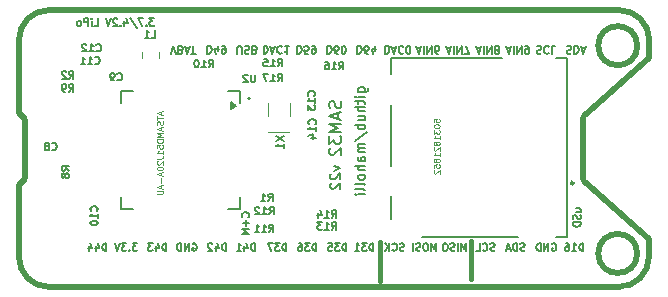
<source format=gbr>
%TF.GenerationSoftware,KiCad,Pcbnew,(6.0.0-rc1-dev-1614-ge850a482d)*%
%TF.CreationDate,2019-02-21T20:22:14-08:00*%
%TF.ProjectId,SAM32,53414d33-322e-46b6-9963-61645f706362,rev?*%
%TF.SameCoordinates,Original*%
%TF.FileFunction,Legend,Bot*%
%TF.FilePolarity,Positive*%
%FSLAX46Y46*%
G04 Gerber Fmt 4.6, Leading zero omitted, Abs format (unit mm)*
G04 Created by KiCad (PCBNEW (6.0.0-rc1-dev-1614-ge850a482d)) date 2019-02-21 20:22:14*
%MOMM*%
%LPD*%
G04 APERTURE LIST*
%ADD10C,0.150000*%
%ADD11C,0.381000*%
%ADD12C,0.127000*%
%ADD13C,0.508000*%
%ADD14C,0.172720*%
%ADD15C,0.177800*%
%ADD16C,0.177000*%
%ADD17C,0.240000*%
%ADD18C,0.200000*%
%ADD19C,0.120000*%
%ADD20C,0.088900*%
G04 APERTURE END LIST*
D10*
X73914000Y-95783400D02*
X74041000Y-95707200D01*
X73914000Y-95580200D02*
X73914000Y-95783400D01*
X74091800Y-95681800D02*
X73914000Y-95580200D01*
X73812400Y-95961200D02*
X74218800Y-95681800D01*
X73812400Y-95402400D02*
X73812400Y-95961200D01*
X74218800Y-95681800D02*
X73812400Y-95402400D01*
D11*
X86464140Y-107246420D02*
X86464140Y-110528100D01*
X94086680Y-107127040D02*
X94086680Y-110408720D01*
D12*
X73411019Y-107983261D02*
X73411019Y-107348261D01*
X73259829Y-107348261D01*
X73169114Y-107378500D01*
X73108638Y-107438976D01*
X73078400Y-107499452D01*
X73048162Y-107620404D01*
X73048162Y-107711119D01*
X73078400Y-107832071D01*
X73108638Y-107892547D01*
X73169114Y-107953023D01*
X73259829Y-107983261D01*
X73411019Y-107983261D01*
X72503876Y-107559928D02*
X72503876Y-107983261D01*
X72655067Y-107318023D02*
X72806257Y-107771595D01*
X72413162Y-107771595D01*
X72201495Y-107408738D02*
X72171257Y-107378500D01*
X72110781Y-107348261D01*
X71959590Y-107348261D01*
X71899114Y-107378500D01*
X71868876Y-107408738D01*
X71838638Y-107469214D01*
X71838638Y-107529690D01*
X71868876Y-107620404D01*
X72231733Y-107983261D01*
X71838638Y-107983261D01*
X75857039Y-107983261D02*
X75857039Y-107348261D01*
X75705849Y-107348261D01*
X75615134Y-107378500D01*
X75554658Y-107438976D01*
X75524420Y-107499452D01*
X75494182Y-107620404D01*
X75494182Y-107711119D01*
X75524420Y-107832071D01*
X75554658Y-107892547D01*
X75615134Y-107953023D01*
X75705849Y-107983261D01*
X75857039Y-107983261D01*
X74949896Y-107559928D02*
X74949896Y-107983261D01*
X75101087Y-107318023D02*
X75252277Y-107771595D01*
X74859182Y-107771595D01*
X74284658Y-107983261D02*
X74647515Y-107983261D01*
X74466087Y-107983261D02*
X74466087Y-107348261D01*
X74526563Y-107438976D01*
X74587039Y-107499452D01*
X74647515Y-107529690D01*
X83586259Y-107983261D02*
X83586259Y-107348261D01*
X83435069Y-107348261D01*
X83344354Y-107378500D01*
X83283878Y-107438976D01*
X83253640Y-107499452D01*
X83223402Y-107620404D01*
X83223402Y-107711119D01*
X83253640Y-107832071D01*
X83283878Y-107892547D01*
X83344354Y-107953023D01*
X83435069Y-107983261D01*
X83586259Y-107983261D01*
X83011735Y-107348261D02*
X82618640Y-107348261D01*
X82830307Y-107590166D01*
X82739592Y-107590166D01*
X82679116Y-107620404D01*
X82648878Y-107650642D01*
X82618640Y-107711119D01*
X82618640Y-107862309D01*
X82648878Y-107922785D01*
X82679116Y-107953023D01*
X82739592Y-107983261D01*
X82921021Y-107983261D01*
X82981497Y-107953023D01*
X83011735Y-107922785D01*
X82044116Y-107348261D02*
X82346497Y-107348261D01*
X82376735Y-107650642D01*
X82346497Y-107620404D01*
X82286021Y-107590166D01*
X82134830Y-107590166D01*
X82074354Y-107620404D01*
X82044116Y-107650642D01*
X82013878Y-107711119D01*
X82013878Y-107862309D01*
X82044116Y-107922785D01*
X82074354Y-107953023D01*
X82134830Y-107983261D01*
X82286021Y-107983261D01*
X82346497Y-107953023D01*
X82376735Y-107922785D01*
X85872259Y-107983261D02*
X85872259Y-107348261D01*
X85721069Y-107348261D01*
X85630354Y-107378500D01*
X85569878Y-107438976D01*
X85539640Y-107499452D01*
X85509402Y-107620404D01*
X85509402Y-107711119D01*
X85539640Y-107832071D01*
X85569878Y-107892547D01*
X85630354Y-107953023D01*
X85721069Y-107983261D01*
X85872259Y-107983261D01*
X85297735Y-107348261D02*
X84904640Y-107348261D01*
X85116307Y-107590166D01*
X85025592Y-107590166D01*
X84965116Y-107620404D01*
X84934878Y-107650642D01*
X84904640Y-107711119D01*
X84904640Y-107862309D01*
X84934878Y-107922785D01*
X84965116Y-107953023D01*
X85025592Y-107983261D01*
X85207021Y-107983261D01*
X85267497Y-107953023D01*
X85297735Y-107922785D01*
X84299878Y-107983261D02*
X84662735Y-107983261D01*
X84481307Y-107983261D02*
X84481307Y-107348261D01*
X84541783Y-107438976D01*
X84602259Y-107499452D01*
X84662735Y-107529690D01*
X96125997Y-107953023D02*
X96035283Y-107983261D01*
X95884092Y-107983261D01*
X95823616Y-107953023D01*
X95793378Y-107922785D01*
X95763140Y-107862309D01*
X95763140Y-107801833D01*
X95793378Y-107741357D01*
X95823616Y-107711119D01*
X95884092Y-107680880D01*
X96005045Y-107650642D01*
X96065521Y-107620404D01*
X96095759Y-107590166D01*
X96125997Y-107529690D01*
X96125997Y-107469214D01*
X96095759Y-107408738D01*
X96065521Y-107378500D01*
X96005045Y-107348261D01*
X95853854Y-107348261D01*
X95763140Y-107378500D01*
X95128140Y-107922785D02*
X95158378Y-107953023D01*
X95249092Y-107983261D01*
X95309569Y-107983261D01*
X95400283Y-107953023D01*
X95460759Y-107892547D01*
X95490997Y-107832071D01*
X95521235Y-107711119D01*
X95521235Y-107620404D01*
X95490997Y-107499452D01*
X95460759Y-107438976D01*
X95400283Y-107378500D01*
X95309569Y-107348261D01*
X95249092Y-107348261D01*
X95158378Y-107378500D01*
X95128140Y-107408738D01*
X94553616Y-107983261D02*
X94855997Y-107983261D01*
X94855997Y-107348261D01*
X103652259Y-107983261D02*
X103652259Y-107348261D01*
X103501069Y-107348261D01*
X103410354Y-107378500D01*
X103349878Y-107438976D01*
X103319640Y-107499452D01*
X103289402Y-107620404D01*
X103289402Y-107711119D01*
X103319640Y-107832071D01*
X103349878Y-107892547D01*
X103410354Y-107953023D01*
X103501069Y-107983261D01*
X103652259Y-107983261D01*
X102684640Y-107983261D02*
X103047497Y-107983261D01*
X102866069Y-107983261D02*
X102866069Y-107348261D01*
X102926545Y-107438976D01*
X102987021Y-107499452D01*
X103047497Y-107529690D01*
X102140354Y-107348261D02*
X102261307Y-107348261D01*
X102321783Y-107378500D01*
X102352021Y-107408738D01*
X102412497Y-107499452D01*
X102442735Y-107620404D01*
X102442735Y-107862309D01*
X102412497Y-107922785D01*
X102382259Y-107953023D01*
X102321783Y-107983261D01*
X102200830Y-107983261D01*
X102140354Y-107953023D01*
X102110116Y-107922785D01*
X102079878Y-107862309D01*
X102079878Y-107711119D01*
X102110116Y-107650642D01*
X102140354Y-107620404D01*
X102200830Y-107590166D01*
X102321783Y-107590166D01*
X102382259Y-107620404D01*
X102412497Y-107650642D01*
X102442735Y-107711119D01*
X98665997Y-107953023D02*
X98575283Y-107983261D01*
X98424092Y-107983261D01*
X98363616Y-107953023D01*
X98333378Y-107922785D01*
X98303140Y-107862309D01*
X98303140Y-107801833D01*
X98333378Y-107741357D01*
X98363616Y-107711119D01*
X98424092Y-107680880D01*
X98545045Y-107650642D01*
X98605521Y-107620404D01*
X98635759Y-107590166D01*
X98665997Y-107529690D01*
X98665997Y-107469214D01*
X98635759Y-107408738D01*
X98605521Y-107378500D01*
X98545045Y-107348261D01*
X98393854Y-107348261D01*
X98303140Y-107378500D01*
X98030997Y-107983261D02*
X98030997Y-107348261D01*
X97879807Y-107348261D01*
X97789092Y-107378500D01*
X97728616Y-107438976D01*
X97698378Y-107499452D01*
X97668140Y-107620404D01*
X97668140Y-107711119D01*
X97698378Y-107832071D01*
X97728616Y-107892547D01*
X97789092Y-107953023D01*
X97879807Y-107983261D01*
X98030997Y-107983261D01*
X97426235Y-107801833D02*
X97123854Y-107801833D01*
X97486711Y-107983261D02*
X97275045Y-107348261D01*
X97063378Y-107983261D01*
D13*
X109192060Y-106945080D02*
X109192060Y-108498640D01*
X106652060Y-111038640D02*
G75*
G03X109192060Y-108498640I0J2540000D01*
G01*
X103755076Y-102181768D02*
X109192060Y-106945080D01*
X55852060Y-96296067D02*
X56300000Y-96740000D01*
X103758052Y-96469398D02*
X109220013Y-91690000D01*
X103758039Y-96469407D02*
G75*
G03X103628512Y-96721166I160472J-241760D01*
G01*
X103755063Y-102181759D02*
G75*
G02X103625536Y-101930000I160472J241760D01*
G01*
X103625536Y-101930000D02*
X103628512Y-96721166D01*
X55852060Y-102438136D02*
X56300000Y-101994203D01*
X56300000Y-101994203D02*
G75*
G03X56361488Y-101805369I-228511J178835D01*
G01*
X56300000Y-96740000D02*
G75*
G02X56361488Y-96928834I-228511J-178835D01*
G01*
D12*
X102983928Y-104665883D02*
X103407261Y-104665883D01*
X102983928Y-104393740D02*
X103316547Y-104393740D01*
X103377023Y-104423978D01*
X103407261Y-104484454D01*
X103407261Y-104575169D01*
X103377023Y-104635645D01*
X103346785Y-104665883D01*
X103377023Y-104938026D02*
X103407261Y-105028740D01*
X103407261Y-105179930D01*
X103377023Y-105240407D01*
X103346785Y-105270645D01*
X103286309Y-105300883D01*
X103225833Y-105300883D01*
X103165357Y-105270645D01*
X103135119Y-105240407D01*
X103104880Y-105179930D01*
X103074642Y-105058978D01*
X103044404Y-104998502D01*
X103014166Y-104968264D01*
X102953690Y-104938026D01*
X102893214Y-104938026D01*
X102832738Y-104968264D01*
X102802500Y-104998502D01*
X102772261Y-105058978D01*
X102772261Y-105210169D01*
X102802500Y-105300883D01*
X103407261Y-105573026D02*
X102772261Y-105573026D01*
X102772261Y-105724216D01*
X102802500Y-105814930D01*
X102862976Y-105875407D01*
X102923452Y-105905645D01*
X103044404Y-105935883D01*
X103135119Y-105935883D01*
X103256071Y-105905645D01*
X103316547Y-105875407D01*
X103377023Y-105814930D01*
X103407261Y-105724216D01*
X103407261Y-105573026D01*
D14*
X82502828Y-100812382D02*
X83044695Y-101005906D01*
X82502828Y-101199429D01*
X82309304Y-101470363D02*
X82270600Y-101509068D01*
X82231895Y-101586477D01*
X82231895Y-101780001D01*
X82270600Y-101857410D01*
X82309304Y-101896115D01*
X82386714Y-101934820D01*
X82464123Y-101934820D01*
X82580238Y-101896115D01*
X83044695Y-101431658D01*
X83044695Y-101934820D01*
X82309304Y-102244458D02*
X82270600Y-102283163D01*
X82231895Y-102360572D01*
X82231895Y-102554096D01*
X82270600Y-102631506D01*
X82309304Y-102670210D01*
X82386714Y-102708915D01*
X82464123Y-102708915D01*
X82580238Y-102670210D01*
X83044695Y-102205753D01*
X83044695Y-102708915D01*
D12*
X84498240Y-90644738D02*
X84498240Y-91279738D01*
X84649430Y-91279738D01*
X84740145Y-91249500D01*
X84800621Y-91189023D01*
X84830859Y-91128547D01*
X84861097Y-91007595D01*
X84861097Y-90916880D01*
X84830859Y-90795928D01*
X84800621Y-90735452D01*
X84740145Y-90674976D01*
X84649430Y-90644738D01*
X84498240Y-90644738D01*
X85405383Y-91279738D02*
X85284430Y-91279738D01*
X85223954Y-91249500D01*
X85193716Y-91219261D01*
X85133240Y-91128547D01*
X85103002Y-91007595D01*
X85103002Y-90765690D01*
X85133240Y-90705214D01*
X85163478Y-90674976D01*
X85223954Y-90644738D01*
X85344907Y-90644738D01*
X85405383Y-90674976D01*
X85435621Y-90705214D01*
X85465859Y-90765690D01*
X85465859Y-90916880D01*
X85435621Y-90977357D01*
X85405383Y-91007595D01*
X85344907Y-91037833D01*
X85223954Y-91037833D01*
X85163478Y-91007595D01*
X85133240Y-90977357D01*
X85103002Y-90916880D01*
X86010145Y-91068071D02*
X86010145Y-90644738D01*
X85858954Y-91309976D02*
X85707764Y-90856404D01*
X86100859Y-90856404D01*
X92088002Y-90826166D02*
X92390383Y-90826166D01*
X92027526Y-90644738D02*
X92239192Y-91279738D01*
X92450859Y-90644738D01*
X92662526Y-90644738D02*
X92662526Y-91279738D01*
X92964907Y-90644738D02*
X92964907Y-91279738D01*
X93327764Y-90644738D01*
X93327764Y-91279738D01*
X93569669Y-91279738D02*
X93993002Y-91279738D01*
X93720859Y-90644738D01*
X102248002Y-90674976D02*
X102338716Y-90644738D01*
X102489907Y-90644738D01*
X102550383Y-90674976D01*
X102580621Y-90705214D01*
X102610859Y-90765690D01*
X102610859Y-90826166D01*
X102580621Y-90886642D01*
X102550383Y-90916880D01*
X102489907Y-90947119D01*
X102368954Y-90977357D01*
X102308478Y-91007595D01*
X102278240Y-91037833D01*
X102248002Y-91098309D01*
X102248002Y-91158785D01*
X102278240Y-91219261D01*
X102308478Y-91249500D01*
X102368954Y-91279738D01*
X102520145Y-91279738D01*
X102610859Y-91249500D01*
X102883002Y-90644738D02*
X102883002Y-91279738D01*
X103034192Y-91279738D01*
X103124907Y-91249500D01*
X103185383Y-91189023D01*
X103215621Y-91128547D01*
X103245859Y-91007595D01*
X103245859Y-90916880D01*
X103215621Y-90795928D01*
X103185383Y-90735452D01*
X103124907Y-90674976D01*
X103034192Y-90644738D01*
X102883002Y-90644738D01*
X103487764Y-90826166D02*
X103790145Y-90826166D01*
X103427288Y-90644738D02*
X103638954Y-91279738D01*
X103850621Y-90644738D01*
X81958240Y-90644738D02*
X81958240Y-91279738D01*
X82109430Y-91279738D01*
X82200145Y-91249500D01*
X82260621Y-91189023D01*
X82290859Y-91128547D01*
X82321097Y-91007595D01*
X82321097Y-90916880D01*
X82290859Y-90795928D01*
X82260621Y-90735452D01*
X82200145Y-90674976D01*
X82109430Y-90644738D01*
X81958240Y-90644738D01*
X82865383Y-91279738D02*
X82744430Y-91279738D01*
X82683954Y-91249500D01*
X82653716Y-91219261D01*
X82593240Y-91128547D01*
X82563002Y-91007595D01*
X82563002Y-90765690D01*
X82593240Y-90705214D01*
X82623478Y-90674976D01*
X82683954Y-90644738D01*
X82804907Y-90644738D01*
X82865383Y-90674976D01*
X82895621Y-90705214D01*
X82925859Y-90765690D01*
X82925859Y-90916880D01*
X82895621Y-90977357D01*
X82865383Y-91007595D01*
X82804907Y-91037833D01*
X82683954Y-91037833D01*
X82623478Y-91007595D01*
X82593240Y-90977357D01*
X82563002Y-90916880D01*
X83318954Y-91279738D02*
X83379430Y-91279738D01*
X83439907Y-91249500D01*
X83470145Y-91219261D01*
X83500383Y-91158785D01*
X83530621Y-91037833D01*
X83530621Y-90886642D01*
X83500383Y-90765690D01*
X83470145Y-90705214D01*
X83439907Y-90674976D01*
X83379430Y-90644738D01*
X83318954Y-90644738D01*
X83258478Y-90674976D01*
X83228240Y-90705214D01*
X83198002Y-90765690D01*
X83167764Y-90886642D01*
X83167764Y-91037833D01*
X83198002Y-91158785D01*
X83228240Y-91219261D01*
X83258478Y-91249500D01*
X83318954Y-91279738D01*
X94628002Y-90826166D02*
X94930383Y-90826166D01*
X94567526Y-90644738D02*
X94779192Y-91279738D01*
X94990859Y-90644738D01*
X95202526Y-90644738D02*
X95202526Y-91279738D01*
X95504907Y-90644738D02*
X95504907Y-91279738D01*
X95867764Y-90644738D01*
X95867764Y-91279738D01*
X96260859Y-91007595D02*
X96200383Y-91037833D01*
X96170145Y-91068071D01*
X96139907Y-91128547D01*
X96139907Y-91158785D01*
X96170145Y-91219261D01*
X96200383Y-91249500D01*
X96260859Y-91279738D01*
X96381811Y-91279738D01*
X96442288Y-91249500D01*
X96472526Y-91219261D01*
X96502764Y-91158785D01*
X96502764Y-91128547D01*
X96472526Y-91068071D01*
X96442288Y-91037833D01*
X96381811Y-91007595D01*
X96260859Y-91007595D01*
X96200383Y-90977357D01*
X96170145Y-90947119D01*
X96139907Y-90886642D01*
X96139907Y-90765690D01*
X96170145Y-90705214D01*
X96200383Y-90674976D01*
X96260859Y-90644738D01*
X96381811Y-90644738D01*
X96442288Y-90674976D01*
X96472526Y-90705214D01*
X96502764Y-90765690D01*
X96502764Y-90886642D01*
X96472526Y-90947119D01*
X96442288Y-90977357D01*
X96381811Y-91007595D01*
X86847740Y-90644738D02*
X86847740Y-91279738D01*
X86998930Y-91279738D01*
X87089645Y-91249500D01*
X87150121Y-91189023D01*
X87180359Y-91128547D01*
X87210597Y-91007595D01*
X87210597Y-90916880D01*
X87180359Y-90795928D01*
X87150121Y-90735452D01*
X87089645Y-90674976D01*
X86998930Y-90644738D01*
X86847740Y-90644738D01*
X87452502Y-90826166D02*
X87754883Y-90826166D01*
X87392026Y-90644738D02*
X87603692Y-91279738D01*
X87815359Y-90644738D01*
X88389883Y-90705214D02*
X88359645Y-90674976D01*
X88268930Y-90644738D01*
X88208454Y-90644738D01*
X88117740Y-90674976D01*
X88057264Y-90735452D01*
X88027026Y-90795928D01*
X87996788Y-90916880D01*
X87996788Y-91007595D01*
X88027026Y-91128547D01*
X88057264Y-91189023D01*
X88117740Y-91249500D01*
X88208454Y-91279738D01*
X88268930Y-91279738D01*
X88359645Y-91249500D01*
X88389883Y-91219261D01*
X88782978Y-91279738D02*
X88843454Y-91279738D01*
X88903930Y-91249500D01*
X88934169Y-91219261D01*
X88964407Y-91158785D01*
X88994645Y-91037833D01*
X88994645Y-90886642D01*
X88964407Y-90765690D01*
X88934169Y-90705214D01*
X88903930Y-90674976D01*
X88843454Y-90644738D01*
X88782978Y-90644738D01*
X88722502Y-90674976D01*
X88692264Y-90705214D01*
X88662026Y-90765690D01*
X88631788Y-90886642D01*
X88631788Y-91037833D01*
X88662026Y-91158785D01*
X88692264Y-91219261D01*
X88722502Y-91249500D01*
X88782978Y-91279738D01*
X99708002Y-90674976D02*
X99798716Y-90644738D01*
X99949907Y-90644738D01*
X100010383Y-90674976D01*
X100040621Y-90705214D01*
X100070859Y-90765690D01*
X100070859Y-90826166D01*
X100040621Y-90886642D01*
X100010383Y-90916880D01*
X99949907Y-90947119D01*
X99828954Y-90977357D01*
X99768478Y-91007595D01*
X99738240Y-91037833D01*
X99708002Y-91098309D01*
X99708002Y-91158785D01*
X99738240Y-91219261D01*
X99768478Y-91249500D01*
X99828954Y-91279738D01*
X99980145Y-91279738D01*
X100070859Y-91249500D01*
X100705859Y-90705214D02*
X100675621Y-90674976D01*
X100584907Y-90644738D01*
X100524430Y-90644738D01*
X100433716Y-90674976D01*
X100373240Y-90735452D01*
X100343002Y-90795928D01*
X100312764Y-90916880D01*
X100312764Y-91007595D01*
X100343002Y-91128547D01*
X100373240Y-91189023D01*
X100433716Y-91249500D01*
X100524430Y-91279738D01*
X100584907Y-91279738D01*
X100675621Y-91249500D01*
X100705859Y-91219261D01*
X101280383Y-90644738D02*
X100978002Y-90644738D01*
X100978002Y-91279738D01*
X79418240Y-90644738D02*
X79418240Y-91279738D01*
X79569430Y-91279738D01*
X79660145Y-91249500D01*
X79720621Y-91189023D01*
X79750859Y-91128547D01*
X79781097Y-91007595D01*
X79781097Y-90916880D01*
X79750859Y-90795928D01*
X79720621Y-90735452D01*
X79660145Y-90674976D01*
X79569430Y-90644738D01*
X79418240Y-90644738D01*
X80355621Y-91279738D02*
X80053240Y-91279738D01*
X80023002Y-90977357D01*
X80053240Y-91007595D01*
X80113716Y-91037833D01*
X80264907Y-91037833D01*
X80325383Y-91007595D01*
X80355621Y-90977357D01*
X80385859Y-90916880D01*
X80385859Y-90765690D01*
X80355621Y-90705214D01*
X80325383Y-90674976D01*
X80264907Y-90644738D01*
X80113716Y-90644738D01*
X80053240Y-90674976D01*
X80023002Y-90705214D01*
X80688240Y-90644738D02*
X80809192Y-90644738D01*
X80869669Y-90674976D01*
X80899907Y-90705214D01*
X80960383Y-90795928D01*
X80990621Y-90916880D01*
X80990621Y-91158785D01*
X80960383Y-91219261D01*
X80930145Y-91249500D01*
X80869669Y-91279738D01*
X80748716Y-91279738D01*
X80688240Y-91249500D01*
X80658002Y-91219261D01*
X80627764Y-91158785D01*
X80627764Y-91007595D01*
X80658002Y-90947119D01*
X80688240Y-90916880D01*
X80748716Y-90886642D01*
X80869669Y-90886642D01*
X80930145Y-90916880D01*
X80960383Y-90947119D01*
X80990621Y-91007595D01*
X76560740Y-90644738D02*
X76560740Y-91279738D01*
X76711930Y-91279738D01*
X76802645Y-91249500D01*
X76863121Y-91189023D01*
X76893359Y-91128547D01*
X76923597Y-91007595D01*
X76923597Y-90916880D01*
X76893359Y-90795928D01*
X76863121Y-90735452D01*
X76802645Y-90674976D01*
X76711930Y-90644738D01*
X76560740Y-90644738D01*
X77165502Y-90826166D02*
X77467883Y-90826166D01*
X77105026Y-90644738D02*
X77316692Y-91279738D01*
X77528359Y-90644738D01*
X78102883Y-90705214D02*
X78072645Y-90674976D01*
X77981930Y-90644738D01*
X77921454Y-90644738D01*
X77830740Y-90674976D01*
X77770264Y-90735452D01*
X77740026Y-90795928D01*
X77709788Y-90916880D01*
X77709788Y-91007595D01*
X77740026Y-91128547D01*
X77770264Y-91189023D01*
X77830740Y-91249500D01*
X77921454Y-91279738D01*
X77981930Y-91279738D01*
X78072645Y-91249500D01*
X78102883Y-91219261D01*
X78707645Y-90644738D02*
X78344788Y-90644738D01*
X78526216Y-90644738D02*
X78526216Y-91279738D01*
X78465740Y-91189023D01*
X78405264Y-91128547D01*
X78344788Y-91098309D01*
X68723026Y-91279738D02*
X68934692Y-90644738D01*
X69146359Y-91279738D01*
X69569692Y-90977357D02*
X69660407Y-90947119D01*
X69690645Y-90916880D01*
X69720883Y-90856404D01*
X69720883Y-90765690D01*
X69690645Y-90705214D01*
X69660407Y-90674976D01*
X69599930Y-90644738D01*
X69358026Y-90644738D01*
X69358026Y-91279738D01*
X69569692Y-91279738D01*
X69630169Y-91249500D01*
X69660407Y-91219261D01*
X69690645Y-91158785D01*
X69690645Y-91098309D01*
X69660407Y-91037833D01*
X69630169Y-91007595D01*
X69569692Y-90977357D01*
X69358026Y-90977357D01*
X69962788Y-90826166D02*
X70265169Y-90826166D01*
X69902311Y-90644738D02*
X70113978Y-91279738D01*
X70325645Y-90644738D01*
X70446597Y-91279738D02*
X70809454Y-91279738D01*
X70628026Y-90644738D02*
X70628026Y-91279738D01*
X71798240Y-90644738D02*
X71798240Y-91279738D01*
X71949430Y-91279738D01*
X72040145Y-91249500D01*
X72100621Y-91189023D01*
X72130859Y-91128547D01*
X72161097Y-91007595D01*
X72161097Y-90916880D01*
X72130859Y-90795928D01*
X72100621Y-90735452D01*
X72040145Y-90674976D01*
X71949430Y-90644738D01*
X71798240Y-90644738D01*
X72705383Y-91068071D02*
X72705383Y-90644738D01*
X72554192Y-91309976D02*
X72403002Y-90856404D01*
X72796097Y-90856404D01*
X73068240Y-90644738D02*
X73189192Y-90644738D01*
X73249669Y-90674976D01*
X73279907Y-90705214D01*
X73340383Y-90795928D01*
X73370621Y-90916880D01*
X73370621Y-91158785D01*
X73340383Y-91219261D01*
X73310145Y-91249500D01*
X73249669Y-91279738D01*
X73128716Y-91279738D01*
X73068240Y-91249500D01*
X73038002Y-91219261D01*
X73007764Y-91158785D01*
X73007764Y-91007595D01*
X73038002Y-90947119D01*
X73068240Y-90916880D01*
X73128716Y-90886642D01*
X73249669Y-90886642D01*
X73310145Y-90916880D01*
X73340383Y-90947119D01*
X73370621Y-91007595D01*
X74338240Y-91279738D02*
X74338240Y-90765690D01*
X74368478Y-90705214D01*
X74398716Y-90674976D01*
X74459192Y-90644738D01*
X74580145Y-90644738D01*
X74640621Y-90674976D01*
X74670859Y-90705214D01*
X74701097Y-90765690D01*
X74701097Y-91279738D01*
X74973240Y-90674976D02*
X75063954Y-90644738D01*
X75215145Y-90644738D01*
X75275621Y-90674976D01*
X75305859Y-90705214D01*
X75336097Y-90765690D01*
X75336097Y-90826166D01*
X75305859Y-90886642D01*
X75275621Y-90916880D01*
X75215145Y-90947119D01*
X75094192Y-90977357D01*
X75033716Y-91007595D01*
X75003478Y-91037833D01*
X74973240Y-91098309D01*
X74973240Y-91158785D01*
X75003478Y-91219261D01*
X75033716Y-91249500D01*
X75094192Y-91279738D01*
X75245383Y-91279738D01*
X75336097Y-91249500D01*
X75819907Y-90977357D02*
X75910621Y-90947119D01*
X75940859Y-90916880D01*
X75971097Y-90856404D01*
X75971097Y-90765690D01*
X75940859Y-90705214D01*
X75910621Y-90674976D01*
X75850145Y-90644738D01*
X75608240Y-90644738D01*
X75608240Y-91279738D01*
X75819907Y-91279738D01*
X75880383Y-91249500D01*
X75910621Y-91219261D01*
X75940859Y-91158785D01*
X75940859Y-91098309D01*
X75910621Y-91037833D01*
X75880383Y-91007595D01*
X75819907Y-90977357D01*
X75608240Y-90977357D01*
X89548002Y-90826166D02*
X89850383Y-90826166D01*
X89487526Y-90644738D02*
X89699192Y-91279738D01*
X89910859Y-90644738D01*
X90122526Y-90644738D02*
X90122526Y-91279738D01*
X90424907Y-90644738D02*
X90424907Y-91279738D01*
X90787764Y-90644738D01*
X90787764Y-91279738D01*
X91362288Y-91279738D02*
X91241335Y-91279738D01*
X91180859Y-91249500D01*
X91150621Y-91219261D01*
X91090145Y-91128547D01*
X91059907Y-91007595D01*
X91059907Y-90765690D01*
X91090145Y-90705214D01*
X91120383Y-90674976D01*
X91180859Y-90644738D01*
X91301811Y-90644738D01*
X91362288Y-90674976D01*
X91392526Y-90705214D01*
X91422764Y-90765690D01*
X91422764Y-90916880D01*
X91392526Y-90977357D01*
X91362288Y-91007595D01*
X91301811Y-91037833D01*
X91180859Y-91037833D01*
X91120383Y-91007595D01*
X91090145Y-90977357D01*
X91059907Y-90916880D01*
X97168002Y-90826166D02*
X97470383Y-90826166D01*
X97107526Y-90644738D02*
X97319192Y-91279738D01*
X97530859Y-90644738D01*
X97742526Y-90644738D02*
X97742526Y-91279738D01*
X98044907Y-90644738D02*
X98044907Y-91279738D01*
X98407764Y-90644738D01*
X98407764Y-91279738D01*
X98740383Y-90644738D02*
X98861335Y-90644738D01*
X98921811Y-90674976D01*
X98952050Y-90705214D01*
X99012526Y-90795928D01*
X99042764Y-90916880D01*
X99042764Y-91158785D01*
X99012526Y-91219261D01*
X98982288Y-91249500D01*
X98921811Y-91279738D01*
X98800859Y-91279738D01*
X98740383Y-91249500D01*
X98710145Y-91219261D01*
X98679907Y-91158785D01*
X98679907Y-91007595D01*
X98710145Y-90947119D01*
X98740383Y-90916880D01*
X98800859Y-90886642D01*
X98921811Y-90886642D01*
X98982288Y-90916880D01*
X99012526Y-90947119D01*
X99042764Y-91007595D01*
X100983640Y-107378500D02*
X101044116Y-107348261D01*
X101134830Y-107348261D01*
X101225545Y-107378500D01*
X101286021Y-107438976D01*
X101316259Y-107499452D01*
X101346497Y-107620404D01*
X101346497Y-107711119D01*
X101316259Y-107832071D01*
X101286021Y-107892547D01*
X101225545Y-107953023D01*
X101134830Y-107983261D01*
X101074354Y-107983261D01*
X100983640Y-107953023D01*
X100953402Y-107922785D01*
X100953402Y-107711119D01*
X101074354Y-107711119D01*
X100681259Y-107983261D02*
X100681259Y-107348261D01*
X100318402Y-107983261D01*
X100318402Y-107348261D01*
X100016021Y-107983261D02*
X100016021Y-107348261D01*
X99864830Y-107348261D01*
X99774116Y-107378500D01*
X99713640Y-107438976D01*
X99683402Y-107499452D01*
X99653164Y-107620404D01*
X99653164Y-107711119D01*
X99683402Y-107832071D01*
X99713640Y-107892547D01*
X99774116Y-107953023D01*
X99864830Y-107983261D01*
X100016021Y-107983261D01*
X93746259Y-107983261D02*
X93746259Y-107348261D01*
X93534592Y-107801833D01*
X93322926Y-107348261D01*
X93322926Y-107983261D01*
X93020545Y-107983261D02*
X93020545Y-107348261D01*
X92748402Y-107953023D02*
X92657688Y-107983261D01*
X92506497Y-107983261D01*
X92446021Y-107953023D01*
X92415783Y-107922785D01*
X92385545Y-107862309D01*
X92385545Y-107801833D01*
X92415783Y-107741357D01*
X92446021Y-107711119D01*
X92506497Y-107680880D01*
X92627450Y-107650642D01*
X92687926Y-107620404D01*
X92718164Y-107590166D01*
X92748402Y-107529690D01*
X92748402Y-107469214D01*
X92718164Y-107408738D01*
X92687926Y-107378500D01*
X92627450Y-107348261D01*
X92476259Y-107348261D01*
X92385545Y-107378500D01*
X91992450Y-107348261D02*
X91871497Y-107348261D01*
X91811021Y-107378500D01*
X91750545Y-107438976D01*
X91720307Y-107559928D01*
X91720307Y-107771595D01*
X91750545Y-107892547D01*
X91811021Y-107953023D01*
X91871497Y-107983261D01*
X91992450Y-107983261D01*
X92052926Y-107953023D01*
X92113402Y-107892547D01*
X92143640Y-107771595D01*
X92143640Y-107559928D01*
X92113402Y-107438976D01*
X92052926Y-107378500D01*
X91992450Y-107348261D01*
X91206259Y-107983261D02*
X91206259Y-107348261D01*
X90994592Y-107801833D01*
X90782926Y-107348261D01*
X90782926Y-107983261D01*
X90359592Y-107348261D02*
X90238640Y-107348261D01*
X90178164Y-107378500D01*
X90117688Y-107438976D01*
X90087450Y-107559928D01*
X90087450Y-107771595D01*
X90117688Y-107892547D01*
X90178164Y-107953023D01*
X90238640Y-107983261D01*
X90359592Y-107983261D01*
X90420069Y-107953023D01*
X90480545Y-107892547D01*
X90510783Y-107771595D01*
X90510783Y-107559928D01*
X90480545Y-107438976D01*
X90420069Y-107378500D01*
X90359592Y-107348261D01*
X89845545Y-107953023D02*
X89754830Y-107983261D01*
X89603640Y-107983261D01*
X89543164Y-107953023D01*
X89512926Y-107922785D01*
X89482688Y-107862309D01*
X89482688Y-107801833D01*
X89512926Y-107741357D01*
X89543164Y-107711119D01*
X89603640Y-107680880D01*
X89724592Y-107650642D01*
X89785069Y-107620404D01*
X89815307Y-107590166D01*
X89845545Y-107529690D01*
X89845545Y-107469214D01*
X89815307Y-107408738D01*
X89785069Y-107378500D01*
X89724592Y-107348261D01*
X89573402Y-107348261D01*
X89482688Y-107378500D01*
X89210545Y-107983261D02*
X89210545Y-107348261D01*
X88460277Y-107953023D02*
X88369563Y-107983261D01*
X88218372Y-107983261D01*
X88157896Y-107953023D01*
X88127658Y-107922785D01*
X88097420Y-107862309D01*
X88097420Y-107801833D01*
X88127658Y-107741357D01*
X88157896Y-107711119D01*
X88218372Y-107680880D01*
X88339325Y-107650642D01*
X88399801Y-107620404D01*
X88430039Y-107590166D01*
X88460277Y-107529690D01*
X88460277Y-107469214D01*
X88430039Y-107408738D01*
X88399801Y-107378500D01*
X88339325Y-107348261D01*
X88188134Y-107348261D01*
X88097420Y-107378500D01*
X87462420Y-107922785D02*
X87492658Y-107953023D01*
X87583372Y-107983261D01*
X87643849Y-107983261D01*
X87734563Y-107953023D01*
X87795039Y-107892547D01*
X87825277Y-107832071D01*
X87855515Y-107711119D01*
X87855515Y-107620404D01*
X87825277Y-107499452D01*
X87795039Y-107438976D01*
X87734563Y-107378500D01*
X87643849Y-107348261D01*
X87583372Y-107348261D01*
X87492658Y-107378500D01*
X87462420Y-107408738D01*
X87190277Y-107983261D02*
X87190277Y-107348261D01*
X86827420Y-107983261D02*
X87099563Y-107620404D01*
X86827420Y-107348261D02*
X87190277Y-107711119D01*
X81046259Y-107983261D02*
X81046259Y-107348261D01*
X80895069Y-107348261D01*
X80804354Y-107378500D01*
X80743878Y-107438976D01*
X80713640Y-107499452D01*
X80683402Y-107620404D01*
X80683402Y-107711119D01*
X80713640Y-107832071D01*
X80743878Y-107892547D01*
X80804354Y-107953023D01*
X80895069Y-107983261D01*
X81046259Y-107983261D01*
X80471735Y-107348261D02*
X80078640Y-107348261D01*
X80290307Y-107590166D01*
X80199592Y-107590166D01*
X80139116Y-107620404D01*
X80108878Y-107650642D01*
X80078640Y-107711119D01*
X80078640Y-107862309D01*
X80108878Y-107922785D01*
X80139116Y-107953023D01*
X80199592Y-107983261D01*
X80381021Y-107983261D01*
X80441497Y-107953023D01*
X80471735Y-107922785D01*
X79534354Y-107348261D02*
X79655307Y-107348261D01*
X79715783Y-107378500D01*
X79746021Y-107408738D01*
X79806497Y-107499452D01*
X79836735Y-107620404D01*
X79836735Y-107862309D01*
X79806497Y-107922785D01*
X79776259Y-107953023D01*
X79715783Y-107983261D01*
X79594830Y-107983261D01*
X79534354Y-107953023D01*
X79504116Y-107922785D01*
X79473878Y-107862309D01*
X79473878Y-107711119D01*
X79504116Y-107650642D01*
X79534354Y-107620404D01*
X79594830Y-107590166D01*
X79715783Y-107590166D01*
X79776259Y-107620404D01*
X79806497Y-107650642D01*
X79836735Y-107711119D01*
X78506259Y-107983261D02*
X78506259Y-107348261D01*
X78355069Y-107348261D01*
X78264354Y-107378500D01*
X78203878Y-107438976D01*
X78173640Y-107499452D01*
X78143402Y-107620404D01*
X78143402Y-107711119D01*
X78173640Y-107832071D01*
X78203878Y-107892547D01*
X78264354Y-107953023D01*
X78355069Y-107983261D01*
X78506259Y-107983261D01*
X77931735Y-107348261D02*
X77538640Y-107348261D01*
X77750307Y-107590166D01*
X77659592Y-107590166D01*
X77599116Y-107620404D01*
X77568878Y-107650642D01*
X77538640Y-107711119D01*
X77538640Y-107862309D01*
X77568878Y-107922785D01*
X77599116Y-107953023D01*
X77659592Y-107983261D01*
X77841021Y-107983261D01*
X77901497Y-107953023D01*
X77931735Y-107922785D01*
X77326973Y-107348261D02*
X76903640Y-107348261D01*
X77175783Y-107983261D01*
X70553640Y-107378500D02*
X70614116Y-107348261D01*
X70704830Y-107348261D01*
X70795545Y-107378500D01*
X70856021Y-107438976D01*
X70886259Y-107499452D01*
X70916497Y-107620404D01*
X70916497Y-107711119D01*
X70886259Y-107832071D01*
X70856021Y-107892547D01*
X70795545Y-107953023D01*
X70704830Y-107983261D01*
X70644354Y-107983261D01*
X70553640Y-107953023D01*
X70523402Y-107922785D01*
X70523402Y-107711119D01*
X70644354Y-107711119D01*
X70251259Y-107983261D02*
X70251259Y-107348261D01*
X69888402Y-107983261D01*
X69888402Y-107348261D01*
X69586021Y-107983261D02*
X69586021Y-107348261D01*
X69434830Y-107348261D01*
X69344116Y-107378500D01*
X69283640Y-107438976D01*
X69253402Y-107499452D01*
X69223164Y-107620404D01*
X69223164Y-107711119D01*
X69253402Y-107832071D01*
X69283640Y-107892547D01*
X69344116Y-107953023D01*
X69434830Y-107983261D01*
X69586021Y-107983261D01*
X68346259Y-107983261D02*
X68346259Y-107348261D01*
X68195069Y-107348261D01*
X68104354Y-107378500D01*
X68043878Y-107438976D01*
X68013640Y-107499452D01*
X67983402Y-107620404D01*
X67983402Y-107711119D01*
X68013640Y-107832071D01*
X68043878Y-107892547D01*
X68104354Y-107953023D01*
X68195069Y-107983261D01*
X68346259Y-107983261D01*
X67439116Y-107559928D02*
X67439116Y-107983261D01*
X67590307Y-107318023D02*
X67741497Y-107771595D01*
X67348402Y-107771595D01*
X67166973Y-107348261D02*
X66773878Y-107348261D01*
X66985545Y-107590166D01*
X66894830Y-107590166D01*
X66834354Y-107620404D01*
X66804116Y-107650642D01*
X66773878Y-107711119D01*
X66773878Y-107862309D01*
X66804116Y-107922785D01*
X66834354Y-107953023D01*
X66894830Y-107983261D01*
X67076259Y-107983261D01*
X67136735Y-107953023D01*
X67166973Y-107922785D01*
X65866735Y-107348261D02*
X65473640Y-107348261D01*
X65685307Y-107590166D01*
X65594592Y-107590166D01*
X65534116Y-107620404D01*
X65503878Y-107650642D01*
X65473640Y-107711119D01*
X65473640Y-107862309D01*
X65503878Y-107922785D01*
X65534116Y-107953023D01*
X65594592Y-107983261D01*
X65776021Y-107983261D01*
X65836497Y-107953023D01*
X65866735Y-107922785D01*
X65201497Y-107922785D02*
X65171259Y-107953023D01*
X65201497Y-107983261D01*
X65231735Y-107953023D01*
X65201497Y-107922785D01*
X65201497Y-107983261D01*
X64959592Y-107348261D02*
X64566497Y-107348261D01*
X64778164Y-107590166D01*
X64687450Y-107590166D01*
X64626973Y-107620404D01*
X64596735Y-107650642D01*
X64566497Y-107711119D01*
X64566497Y-107862309D01*
X64596735Y-107922785D01*
X64626973Y-107953023D01*
X64687450Y-107983261D01*
X64868878Y-107983261D01*
X64929354Y-107953023D01*
X64959592Y-107922785D01*
X64385069Y-107348261D02*
X64173402Y-107983261D01*
X63961735Y-107348261D01*
X63266259Y-107983261D02*
X63266259Y-107348261D01*
X63115069Y-107348261D01*
X63024354Y-107378500D01*
X62963878Y-107438976D01*
X62933640Y-107499452D01*
X62903402Y-107620404D01*
X62903402Y-107711119D01*
X62933640Y-107832071D01*
X62963878Y-107892547D01*
X63024354Y-107953023D01*
X63115069Y-107983261D01*
X63266259Y-107983261D01*
X62359116Y-107559928D02*
X62359116Y-107983261D01*
X62510307Y-107318023D02*
X62661497Y-107771595D01*
X62268402Y-107771595D01*
X61754354Y-107559928D02*
X61754354Y-107983261D01*
X61905545Y-107318023D02*
X62056735Y-107771595D01*
X61663640Y-107771595D01*
X67300833Y-88302261D02*
X66907738Y-88302261D01*
X67119404Y-88544166D01*
X67028690Y-88544166D01*
X66968214Y-88574404D01*
X66937976Y-88604642D01*
X66907738Y-88665119D01*
X66907738Y-88816309D01*
X66937976Y-88876785D01*
X66968214Y-88907023D01*
X67028690Y-88937261D01*
X67210119Y-88937261D01*
X67270595Y-88907023D01*
X67300833Y-88876785D01*
X66635595Y-88876785D02*
X66605357Y-88907023D01*
X66635595Y-88937261D01*
X66665833Y-88907023D01*
X66635595Y-88876785D01*
X66635595Y-88937261D01*
X66393690Y-88302261D02*
X65970357Y-88302261D01*
X66242500Y-88937261D01*
X65274880Y-88272023D02*
X65819166Y-89088452D01*
X64791071Y-88513928D02*
X64791071Y-88937261D01*
X64942261Y-88272023D02*
X65093452Y-88725595D01*
X64700357Y-88725595D01*
X64458452Y-88876785D02*
X64428214Y-88907023D01*
X64458452Y-88937261D01*
X64488690Y-88907023D01*
X64458452Y-88876785D01*
X64458452Y-88937261D01*
X64186309Y-88362738D02*
X64156071Y-88332500D01*
X64095595Y-88302261D01*
X63944404Y-88302261D01*
X63883928Y-88332500D01*
X63853690Y-88362738D01*
X63823452Y-88423214D01*
X63823452Y-88483690D01*
X63853690Y-88574404D01*
X64216547Y-88937261D01*
X63823452Y-88937261D01*
X63642023Y-88302261D02*
X63430357Y-88937261D01*
X63218690Y-88302261D01*
X62220833Y-88937261D02*
X62523214Y-88937261D01*
X62523214Y-88302261D01*
X62009166Y-88937261D02*
X62009166Y-88513928D01*
X62009166Y-88302261D02*
X62039404Y-88332500D01*
X62009166Y-88362738D01*
X61978928Y-88332500D01*
X62009166Y-88302261D01*
X62009166Y-88362738D01*
X61706785Y-88937261D02*
X61706785Y-88302261D01*
X61464880Y-88302261D01*
X61404404Y-88332500D01*
X61374166Y-88362738D01*
X61343928Y-88423214D01*
X61343928Y-88513928D01*
X61374166Y-88574404D01*
X61404404Y-88604642D01*
X61464880Y-88634880D01*
X61706785Y-88634880D01*
X60981071Y-88937261D02*
X61041547Y-88907023D01*
X61071785Y-88876785D01*
X61102023Y-88816309D01*
X61102023Y-88634880D01*
X61071785Y-88574404D01*
X61041547Y-88544166D01*
X60981071Y-88513928D01*
X60890357Y-88513928D01*
X60829880Y-88544166D01*
X60799642Y-88574404D01*
X60769404Y-88634880D01*
X60769404Y-88816309D01*
X60799642Y-88876785D01*
X60829880Y-88907023D01*
X60890357Y-88937261D01*
X60981071Y-88937261D01*
X75283785Y-105117597D02*
X75314023Y-105087359D01*
X75344261Y-104996645D01*
X75344261Y-104936169D01*
X75314023Y-104845454D01*
X75253547Y-104784978D01*
X75193071Y-104754740D01*
X75072119Y-104724502D01*
X74981404Y-104724502D01*
X74860452Y-104754740D01*
X74799976Y-104784978D01*
X74739500Y-104845454D01*
X74709261Y-104936169D01*
X74709261Y-104996645D01*
X74739500Y-105087359D01*
X74769738Y-105117597D01*
X75102357Y-105389740D02*
X75102357Y-105873550D01*
X75344261Y-105631645D02*
X74860452Y-105631645D01*
X75344261Y-106175930D02*
X74709261Y-106175930D01*
X75162833Y-106387597D01*
X74709261Y-106599264D01*
X75344261Y-106599264D01*
D13*
X108205221Y-90615720D02*
G75*
G03X108205221Y-90615720I-1652221J0D01*
G01*
X108205221Y-108205220D02*
G75*
G03X108205221Y-108205220I-1652221J0D01*
G01*
D15*
X83091238Y-95319093D02*
X83139619Y-95464236D01*
X83139619Y-95706141D01*
X83091238Y-95802903D01*
X83042857Y-95851284D01*
X82946095Y-95899665D01*
X82849333Y-95899665D01*
X82752571Y-95851284D01*
X82704190Y-95802903D01*
X82655809Y-95706141D01*
X82607428Y-95512617D01*
X82559047Y-95415855D01*
X82510666Y-95367474D01*
X82413904Y-95319093D01*
X82317142Y-95319093D01*
X82220380Y-95367474D01*
X82172000Y-95415855D01*
X82123619Y-95512617D01*
X82123619Y-95754522D01*
X82172000Y-95899665D01*
X82849333Y-96286712D02*
X82849333Y-96770522D01*
X83139619Y-96189950D02*
X82123619Y-96528617D01*
X83139619Y-96867284D01*
X83139619Y-97205950D02*
X82123619Y-97205950D01*
X82849333Y-97544617D01*
X82123619Y-97883284D01*
X83139619Y-97883284D01*
X82123619Y-98270331D02*
X82123619Y-98899284D01*
X82510666Y-98560617D01*
X82510666Y-98705760D01*
X82559047Y-98802522D01*
X82607428Y-98850903D01*
X82704190Y-98899284D01*
X82946095Y-98899284D01*
X83042857Y-98850903D01*
X83091238Y-98802522D01*
X83139619Y-98705760D01*
X83139619Y-98415474D01*
X83091238Y-98318712D01*
X83042857Y-98270331D01*
X82220380Y-99286331D02*
X82172000Y-99334712D01*
X82123619Y-99431474D01*
X82123619Y-99673379D01*
X82172000Y-99770141D01*
X82220380Y-99818522D01*
X82317142Y-99866903D01*
X82413904Y-99866903D01*
X82559047Y-99818522D01*
X83139619Y-99237950D01*
X83139619Y-99866903D01*
D16*
X84593571Y-94524716D02*
X85269523Y-94524716D01*
X85349047Y-94484954D01*
X85388809Y-94445192D01*
X85428571Y-94365669D01*
X85428571Y-94246383D01*
X85388809Y-94166859D01*
X85110476Y-94524716D02*
X85150238Y-94445192D01*
X85150238Y-94286145D01*
X85110476Y-94206621D01*
X85070714Y-94166859D01*
X84991190Y-94127097D01*
X84752619Y-94127097D01*
X84673095Y-94166859D01*
X84633333Y-94206621D01*
X84593571Y-94286145D01*
X84593571Y-94445192D01*
X84633333Y-94524716D01*
X85150238Y-94922335D02*
X84593571Y-94922335D01*
X84315238Y-94922335D02*
X84355000Y-94882573D01*
X84394761Y-94922335D01*
X84355000Y-94962097D01*
X84315238Y-94922335D01*
X84394761Y-94922335D01*
X84593571Y-95200669D02*
X84593571Y-95518764D01*
X84315238Y-95319954D02*
X85030952Y-95319954D01*
X85110476Y-95359716D01*
X85150238Y-95439240D01*
X85150238Y-95518764D01*
X85150238Y-95797097D02*
X84315238Y-95797097D01*
X85150238Y-96154954D02*
X84712857Y-96154954D01*
X84633333Y-96115192D01*
X84593571Y-96035669D01*
X84593571Y-95916383D01*
X84633333Y-95836859D01*
X84673095Y-95797097D01*
X84593571Y-96910430D02*
X85150238Y-96910430D01*
X84593571Y-96552573D02*
X85030952Y-96552573D01*
X85110476Y-96592335D01*
X85150238Y-96671859D01*
X85150238Y-96791145D01*
X85110476Y-96870669D01*
X85070714Y-96910430D01*
X85150238Y-97308050D02*
X84315238Y-97308050D01*
X84633333Y-97308050D02*
X84593571Y-97387573D01*
X84593571Y-97546621D01*
X84633333Y-97626145D01*
X84673095Y-97665907D01*
X84752619Y-97705669D01*
X84991190Y-97705669D01*
X85070714Y-97665907D01*
X85110476Y-97626145D01*
X85150238Y-97546621D01*
X85150238Y-97387573D01*
X85110476Y-97308050D01*
X84275476Y-98659954D02*
X85349047Y-97944240D01*
X85150238Y-98938288D02*
X84593571Y-98938288D01*
X84673095Y-98938288D02*
X84633333Y-98978050D01*
X84593571Y-99057573D01*
X84593571Y-99176859D01*
X84633333Y-99256383D01*
X84712857Y-99296145D01*
X85150238Y-99296145D01*
X84712857Y-99296145D02*
X84633333Y-99335907D01*
X84593571Y-99415430D01*
X84593571Y-99534716D01*
X84633333Y-99614240D01*
X84712857Y-99654002D01*
X85150238Y-99654002D01*
X85150238Y-100409478D02*
X84712857Y-100409478D01*
X84633333Y-100369716D01*
X84593571Y-100290192D01*
X84593571Y-100131145D01*
X84633333Y-100051621D01*
X85110476Y-100409478D02*
X85150238Y-100329954D01*
X85150238Y-100131145D01*
X85110476Y-100051621D01*
X85030952Y-100011859D01*
X84951428Y-100011859D01*
X84871904Y-100051621D01*
X84832142Y-100131145D01*
X84832142Y-100329954D01*
X84792380Y-100409478D01*
X85150238Y-100807097D02*
X84315238Y-100807097D01*
X85150238Y-101164954D02*
X84712857Y-101164954D01*
X84633333Y-101125192D01*
X84593571Y-101045669D01*
X84593571Y-100926383D01*
X84633333Y-100846859D01*
X84673095Y-100807097D01*
X85150238Y-101681859D02*
X85110476Y-101602335D01*
X85070714Y-101562573D01*
X84991190Y-101522811D01*
X84752619Y-101522811D01*
X84673095Y-101562573D01*
X84633333Y-101602335D01*
X84593571Y-101681859D01*
X84593571Y-101801145D01*
X84633333Y-101880669D01*
X84673095Y-101920430D01*
X84752619Y-101960192D01*
X84991190Y-101960192D01*
X85070714Y-101920430D01*
X85110476Y-101880669D01*
X85150238Y-101801145D01*
X85150238Y-101681859D01*
X85150238Y-102437335D02*
X85110476Y-102357811D01*
X85030952Y-102318050D01*
X84315238Y-102318050D01*
X85150238Y-102874716D02*
X85110476Y-102795192D01*
X85030952Y-102755430D01*
X84315238Y-102755430D01*
X85150238Y-103192811D02*
X84593571Y-103192811D01*
X84315238Y-103192811D02*
X84355000Y-103153050D01*
X84394761Y-103192811D01*
X84355000Y-103232573D01*
X84315238Y-103192811D01*
X84394761Y-103192811D01*
D13*
X109220013Y-90136440D02*
X109220013Y-91690000D01*
X55852060Y-90136440D02*
X55852060Y-96296067D01*
X106680013Y-87596440D02*
G75*
G02X109220013Y-90136440I0J-2540000D01*
G01*
X55852060Y-102438136D02*
X55852060Y-108498640D01*
X106680013Y-87596440D02*
X58392060Y-87596440D01*
X58392060Y-111038640D02*
X106652060Y-111038640D01*
X55852060Y-90136440D02*
G75*
G02X58392060Y-87596440I2540000J0D01*
G01*
X56361488Y-96928834D02*
X56361488Y-101805369D01*
X58392060Y-111038640D02*
G75*
G02X55852060Y-108498640I0J2540000D01*
G01*
D12*
X101355500Y-106850500D02*
X102280500Y-106850500D01*
X102280500Y-106850500D02*
X102280500Y-91650500D01*
X102280500Y-91650500D02*
X101355500Y-91650500D01*
X96755500Y-91650500D02*
X87330500Y-91650500D01*
X87330500Y-91650500D02*
X87330500Y-93020500D01*
X98085500Y-106850500D02*
X89955500Y-106850500D01*
X87330500Y-105250500D02*
X87330500Y-103360500D01*
X87330500Y-100810500D02*
X87330500Y-95600500D01*
D17*
X102825500Y-102250500D02*
G75*
G03X102825500Y-102250500I-120000J0D01*
G01*
D12*
X73532500Y-94441000D02*
X74532500Y-94441000D01*
X74532500Y-94441000D02*
X74532500Y-95441000D01*
X65532500Y-94441000D02*
X64532500Y-94441000D01*
X64532500Y-94441000D02*
X64532500Y-95441000D01*
X64532500Y-103441000D02*
X64532500Y-104441000D01*
X64532500Y-104441000D02*
X65532500Y-104441000D01*
X74532500Y-103441000D02*
X74532500Y-104441000D01*
X74532500Y-104441000D02*
X73532500Y-104441000D01*
D18*
X75432500Y-95091000D02*
G75*
G03X75432500Y-95091000I-100000J0D01*
G01*
D19*
X67702500Y-91694000D02*
X67702500Y-91176844D01*
X66282500Y-91694000D02*
X66282500Y-91176844D01*
X78801000Y-96562000D02*
X78801000Y-95462000D01*
X76901000Y-96562000D02*
X76901000Y-95462000D01*
X78751000Y-97962000D02*
X76951000Y-97962000D01*
D20*
X90971309Y-97067309D02*
X90971309Y-96825404D01*
X91213214Y-96801214D01*
X91189023Y-96825404D01*
X91164833Y-96873785D01*
X91164833Y-96994738D01*
X91189023Y-97043119D01*
X91213214Y-97067309D01*
X91261595Y-97091500D01*
X91382547Y-97091500D01*
X91430928Y-97067309D01*
X91455119Y-97043119D01*
X91479309Y-96994738D01*
X91479309Y-96873785D01*
X91455119Y-96825404D01*
X91430928Y-96801214D01*
X90971309Y-97405976D02*
X90971309Y-97454357D01*
X90995500Y-97502738D01*
X91019690Y-97526928D01*
X91068071Y-97551119D01*
X91164833Y-97575309D01*
X91285785Y-97575309D01*
X91382547Y-97551119D01*
X91430928Y-97526928D01*
X91455119Y-97502738D01*
X91479309Y-97454357D01*
X91479309Y-97405976D01*
X91455119Y-97357595D01*
X91430928Y-97333404D01*
X91382547Y-97309214D01*
X91285785Y-97285023D01*
X91164833Y-97285023D01*
X91068071Y-97309214D01*
X91019690Y-97333404D01*
X90995500Y-97357595D01*
X90971309Y-97405976D01*
X90971309Y-97744642D02*
X90971309Y-98059119D01*
X91164833Y-97889785D01*
X91164833Y-97962357D01*
X91189023Y-98010738D01*
X91213214Y-98034928D01*
X91261595Y-98059119D01*
X91382547Y-98059119D01*
X91430928Y-98034928D01*
X91455119Y-98010738D01*
X91479309Y-97962357D01*
X91479309Y-97817214D01*
X91455119Y-97768833D01*
X91430928Y-97744642D01*
X91479309Y-98542928D02*
X91479309Y-98252642D01*
X91479309Y-98397785D02*
X90971309Y-98397785D01*
X91043880Y-98349404D01*
X91092261Y-98301023D01*
X91116452Y-98252642D01*
X91189023Y-98833214D02*
X91164833Y-98784833D01*
X91140642Y-98760642D01*
X91092261Y-98736452D01*
X91068071Y-98736452D01*
X91019690Y-98760642D01*
X90995500Y-98784833D01*
X90971309Y-98833214D01*
X90971309Y-98929976D01*
X90995500Y-98978357D01*
X91019690Y-99002547D01*
X91068071Y-99026738D01*
X91092261Y-99026738D01*
X91140642Y-99002547D01*
X91164833Y-98978357D01*
X91189023Y-98929976D01*
X91189023Y-98833214D01*
X91213214Y-98784833D01*
X91237404Y-98760642D01*
X91285785Y-98736452D01*
X91382547Y-98736452D01*
X91430928Y-98760642D01*
X91455119Y-98784833D01*
X91479309Y-98833214D01*
X91479309Y-98929976D01*
X91455119Y-98978357D01*
X91430928Y-99002547D01*
X91382547Y-99026738D01*
X91285785Y-99026738D01*
X91237404Y-99002547D01*
X91213214Y-98978357D01*
X91189023Y-98929976D01*
X91019690Y-99220261D02*
X90995500Y-99244452D01*
X90971309Y-99292833D01*
X90971309Y-99413785D01*
X90995500Y-99462166D01*
X91019690Y-99486357D01*
X91068071Y-99510547D01*
X91116452Y-99510547D01*
X91189023Y-99486357D01*
X91479309Y-99196071D01*
X91479309Y-99510547D01*
X91479309Y-99994357D02*
X91479309Y-99704071D01*
X91479309Y-99849214D02*
X90971309Y-99849214D01*
X91043880Y-99800833D01*
X91092261Y-99752452D01*
X91116452Y-99704071D01*
X91189023Y-100284642D02*
X91164833Y-100236261D01*
X91140642Y-100212071D01*
X91092261Y-100187880D01*
X91068071Y-100187880D01*
X91019690Y-100212071D01*
X90995500Y-100236261D01*
X90971309Y-100284642D01*
X90971309Y-100381404D01*
X90995500Y-100429785D01*
X91019690Y-100453976D01*
X91068071Y-100478166D01*
X91092261Y-100478166D01*
X91140642Y-100453976D01*
X91164833Y-100429785D01*
X91189023Y-100381404D01*
X91189023Y-100284642D01*
X91213214Y-100236261D01*
X91237404Y-100212071D01*
X91285785Y-100187880D01*
X91382547Y-100187880D01*
X91430928Y-100212071D01*
X91455119Y-100236261D01*
X91479309Y-100284642D01*
X91479309Y-100381404D01*
X91455119Y-100429785D01*
X91430928Y-100453976D01*
X91382547Y-100478166D01*
X91285785Y-100478166D01*
X91237404Y-100453976D01*
X91213214Y-100429785D01*
X91189023Y-100381404D01*
X90971309Y-100937785D02*
X90971309Y-100695880D01*
X91213214Y-100671690D01*
X91189023Y-100695880D01*
X91164833Y-100744261D01*
X91164833Y-100865214D01*
X91189023Y-100913595D01*
X91213214Y-100937785D01*
X91261595Y-100961976D01*
X91382547Y-100961976D01*
X91430928Y-100937785D01*
X91455119Y-100913595D01*
X91479309Y-100865214D01*
X91479309Y-100744261D01*
X91455119Y-100695880D01*
X91430928Y-100671690D01*
X91019690Y-101155499D02*
X90995500Y-101179690D01*
X90971309Y-101228071D01*
X90971309Y-101349023D01*
X90995500Y-101397404D01*
X91019690Y-101421595D01*
X91068071Y-101445785D01*
X91116452Y-101445785D01*
X91189023Y-101421595D01*
X91479309Y-101131309D01*
X91479309Y-101445785D01*
D12*
X82323214Y-105189261D02*
X82534880Y-104886880D01*
X82686071Y-105189261D02*
X82686071Y-104554261D01*
X82444166Y-104554261D01*
X82383690Y-104584500D01*
X82353452Y-104614738D01*
X82323214Y-104675214D01*
X82323214Y-104765928D01*
X82353452Y-104826404D01*
X82383690Y-104856642D01*
X82444166Y-104886880D01*
X82686071Y-104886880D01*
X81718452Y-105189261D02*
X82081309Y-105189261D01*
X81899880Y-105189261D02*
X81899880Y-104554261D01*
X81960357Y-104644976D01*
X82020833Y-104705452D01*
X82081309Y-104735690D01*
X81174166Y-104765928D02*
X81174166Y-105189261D01*
X81325357Y-104524023D02*
X81476547Y-104977595D01*
X81083452Y-104977595D01*
X82323214Y-106205261D02*
X82534880Y-105902880D01*
X82686071Y-106205261D02*
X82686071Y-105570261D01*
X82444166Y-105570261D01*
X82383690Y-105600500D01*
X82353452Y-105630738D01*
X82323214Y-105691214D01*
X82323214Y-105781928D01*
X82353452Y-105842404D01*
X82383690Y-105872642D01*
X82444166Y-105902880D01*
X82686071Y-105902880D01*
X81718452Y-106205261D02*
X82081309Y-106205261D01*
X81899880Y-106205261D02*
X81899880Y-105570261D01*
X81960357Y-105660976D01*
X82020833Y-105721452D01*
X82081309Y-105751690D01*
X81506785Y-105570261D02*
X81113690Y-105570261D01*
X81325357Y-105812166D01*
X81234642Y-105812166D01*
X81174166Y-105842404D01*
X81143928Y-105872642D01*
X81113690Y-105933119D01*
X81113690Y-106084309D01*
X81143928Y-106144785D01*
X81174166Y-106175023D01*
X81234642Y-106205261D01*
X81416071Y-106205261D01*
X81476547Y-106175023D01*
X81506785Y-106144785D01*
X77751214Y-93632261D02*
X77962880Y-93329880D01*
X78114071Y-93632261D02*
X78114071Y-92997261D01*
X77872166Y-92997261D01*
X77811690Y-93027500D01*
X77781452Y-93057738D01*
X77751214Y-93118214D01*
X77751214Y-93208928D01*
X77781452Y-93269404D01*
X77811690Y-93299642D01*
X77872166Y-93329880D01*
X78114071Y-93329880D01*
X77146452Y-93632261D02*
X77509309Y-93632261D01*
X77327880Y-93632261D02*
X77327880Y-92997261D01*
X77388357Y-93087976D01*
X77448833Y-93148452D01*
X77509309Y-93178690D01*
X76934785Y-92997261D02*
X76511452Y-92997261D01*
X76783595Y-93632261D01*
X82958214Y-92616261D02*
X83169880Y-92313880D01*
X83321071Y-92616261D02*
X83321071Y-91981261D01*
X83079166Y-91981261D01*
X83018690Y-92011500D01*
X82988452Y-92041738D01*
X82958214Y-92102214D01*
X82958214Y-92192928D01*
X82988452Y-92253404D01*
X83018690Y-92283642D01*
X83079166Y-92313880D01*
X83321071Y-92313880D01*
X82353452Y-92616261D02*
X82716309Y-92616261D01*
X82534880Y-92616261D02*
X82534880Y-91981261D01*
X82595357Y-92071976D01*
X82655833Y-92132452D01*
X82716309Y-92162690D01*
X81809166Y-91981261D02*
X81930119Y-91981261D01*
X81990595Y-92011500D01*
X82020833Y-92041738D01*
X82081309Y-92132452D01*
X82111547Y-92253404D01*
X82111547Y-92495309D01*
X82081309Y-92555785D01*
X82051071Y-92586023D01*
X81990595Y-92616261D01*
X81869642Y-92616261D01*
X81809166Y-92586023D01*
X81778928Y-92555785D01*
X81748690Y-92495309D01*
X81748690Y-92344119D01*
X81778928Y-92283642D01*
X81809166Y-92253404D01*
X81869642Y-92223166D01*
X81990595Y-92223166D01*
X82051071Y-92253404D01*
X82081309Y-92283642D01*
X82111547Y-92344119D01*
X77751214Y-92362261D02*
X77962880Y-92059880D01*
X78114071Y-92362261D02*
X78114071Y-91727261D01*
X77872166Y-91727261D01*
X77811690Y-91757500D01*
X77781452Y-91787738D01*
X77751214Y-91848214D01*
X77751214Y-91938928D01*
X77781452Y-91999404D01*
X77811690Y-92029642D01*
X77872166Y-92059880D01*
X78114071Y-92059880D01*
X77146452Y-92362261D02*
X77509309Y-92362261D01*
X77327880Y-92362261D02*
X77327880Y-91727261D01*
X77388357Y-91817976D01*
X77448833Y-91878452D01*
X77509309Y-91908690D01*
X76571928Y-91727261D02*
X76874309Y-91727261D01*
X76904547Y-92029642D01*
X76874309Y-91999404D01*
X76813833Y-91969166D01*
X76662642Y-91969166D01*
X76602166Y-91999404D01*
X76571928Y-92029642D01*
X76541690Y-92090119D01*
X76541690Y-92241309D01*
X76571928Y-92301785D01*
X76602166Y-92332023D01*
X76662642Y-92362261D01*
X76813833Y-92362261D01*
X76874309Y-92332023D01*
X76904547Y-92301785D01*
X77059254Y-104898921D02*
X77270920Y-104596540D01*
X77422111Y-104898921D02*
X77422111Y-104263921D01*
X77180206Y-104263921D01*
X77119730Y-104294160D01*
X77089492Y-104324398D01*
X77059254Y-104384874D01*
X77059254Y-104475588D01*
X77089492Y-104536064D01*
X77119730Y-104566302D01*
X77180206Y-104596540D01*
X77422111Y-104596540D01*
X76454492Y-104898921D02*
X76817349Y-104898921D01*
X76635920Y-104898921D02*
X76635920Y-104263921D01*
X76696397Y-104354636D01*
X76756873Y-104415112D01*
X76817349Y-104445350D01*
X76212587Y-104324398D02*
X76182349Y-104294160D01*
X76121873Y-104263921D01*
X75970682Y-104263921D01*
X75910206Y-104294160D01*
X75879968Y-104324398D01*
X75849730Y-104384874D01*
X75849730Y-104445350D01*
X75879968Y-104536064D01*
X76242825Y-104898921D01*
X75849730Y-104898921D01*
X77032394Y-106394101D02*
X77244060Y-106091720D01*
X77395251Y-106394101D02*
X77395251Y-105759101D01*
X77153346Y-105759101D01*
X77092870Y-105789340D01*
X77062632Y-105819578D01*
X77032394Y-105880054D01*
X77032394Y-105970768D01*
X77062632Y-106031244D01*
X77092870Y-106061482D01*
X77153346Y-106091720D01*
X77395251Y-106091720D01*
X76427632Y-106394101D02*
X76790489Y-106394101D01*
X76609060Y-106394101D02*
X76609060Y-105759101D01*
X76669537Y-105849816D01*
X76730013Y-105910292D01*
X76790489Y-105940530D01*
X75822870Y-106394101D02*
X76185727Y-106394101D01*
X76004299Y-106394101D02*
X76004299Y-105759101D01*
X76064775Y-105849816D01*
X76125251Y-105910292D01*
X76185727Y-105940530D01*
X71911754Y-92443541D02*
X72123420Y-92141160D01*
X72274611Y-92443541D02*
X72274611Y-91808541D01*
X72032706Y-91808541D01*
X71972230Y-91838780D01*
X71941992Y-91869018D01*
X71911754Y-91929494D01*
X71911754Y-92020208D01*
X71941992Y-92080684D01*
X71972230Y-92110922D01*
X72032706Y-92141160D01*
X72274611Y-92141160D01*
X71306992Y-92443541D02*
X71669849Y-92443541D01*
X71488420Y-92443541D02*
X71488420Y-91808541D01*
X71548897Y-91899256D01*
X71609373Y-91959732D01*
X71669849Y-91989970D01*
X70913897Y-91808541D02*
X70853420Y-91808541D01*
X70792944Y-91838780D01*
X70762706Y-91869018D01*
X70732468Y-91929494D01*
X70702230Y-92050446D01*
X70702230Y-92201637D01*
X70732468Y-92322589D01*
X70762706Y-92383065D01*
X70792944Y-92413303D01*
X70853420Y-92443541D01*
X70913897Y-92443541D01*
X70974373Y-92413303D01*
X71004611Y-92383065D01*
X71034849Y-92322589D01*
X71065087Y-92201637D01*
X71065087Y-92050446D01*
X71034849Y-91929494D01*
X71004611Y-91869018D01*
X70974373Y-91838780D01*
X70913897Y-91808541D01*
X60095553Y-94498401D02*
X60307220Y-94196020D01*
X60458410Y-94498401D02*
X60458410Y-93863401D01*
X60216505Y-93863401D01*
X60156029Y-93893640D01*
X60125791Y-93923878D01*
X60095553Y-93984354D01*
X60095553Y-94075068D01*
X60125791Y-94135544D01*
X60156029Y-94165782D01*
X60216505Y-94196020D01*
X60458410Y-94196020D01*
X59793172Y-94498401D02*
X59672220Y-94498401D01*
X59611743Y-94468163D01*
X59581505Y-94437925D01*
X59521029Y-94347211D01*
X59490791Y-94226259D01*
X59490791Y-93984354D01*
X59521029Y-93923878D01*
X59551267Y-93893640D01*
X59611743Y-93863401D01*
X59732696Y-93863401D01*
X59793172Y-93893640D01*
X59823410Y-93923878D01*
X59853648Y-93984354D01*
X59853648Y-94135544D01*
X59823410Y-94196020D01*
X59793172Y-94226259D01*
X59732696Y-94256497D01*
X59611743Y-94256497D01*
X59551267Y-94226259D01*
X59521029Y-94196020D01*
X59490791Y-94135544D01*
X60101721Y-101189366D02*
X59799340Y-100977700D01*
X60101721Y-100826509D02*
X59466721Y-100826509D01*
X59466721Y-101068414D01*
X59496960Y-101128890D01*
X59527198Y-101159128D01*
X59587674Y-101189366D01*
X59678388Y-101189366D01*
X59738864Y-101159128D01*
X59769102Y-101128890D01*
X59799340Y-101068414D01*
X59799340Y-100826509D01*
X59738864Y-101552223D02*
X59708626Y-101491747D01*
X59678388Y-101461509D01*
X59617912Y-101431271D01*
X59587674Y-101431271D01*
X59527198Y-101461509D01*
X59496960Y-101491747D01*
X59466721Y-101552223D01*
X59466721Y-101673176D01*
X59496960Y-101733652D01*
X59527198Y-101763890D01*
X59587674Y-101794128D01*
X59617912Y-101794128D01*
X59678388Y-101763890D01*
X59708626Y-101733652D01*
X59738864Y-101673176D01*
X59738864Y-101552223D01*
X59769102Y-101491747D01*
X59799340Y-101461509D01*
X59859817Y-101431271D01*
X59980769Y-101431271D01*
X60041245Y-101461509D01*
X60071483Y-101491747D01*
X60101721Y-101552223D01*
X60101721Y-101673176D01*
X60071483Y-101733652D01*
X60041245Y-101763890D01*
X59980769Y-101794128D01*
X59859817Y-101794128D01*
X59799340Y-101763890D01*
X59769102Y-101733652D01*
X59738864Y-101673176D01*
X76968773Y-103769401D02*
X77180440Y-103467020D01*
X77331630Y-103769401D02*
X77331630Y-103134401D01*
X77089725Y-103134401D01*
X77029249Y-103164640D01*
X76999011Y-103194878D01*
X76968773Y-103255354D01*
X76968773Y-103346068D01*
X76999011Y-103406544D01*
X77029249Y-103436782D01*
X77089725Y-103467020D01*
X77331630Y-103467020D01*
X76364011Y-103769401D02*
X76726868Y-103769401D01*
X76545440Y-103769401D02*
X76545440Y-103134401D01*
X76605916Y-103225116D01*
X76666392Y-103285592D01*
X76726868Y-103315830D01*
X60100633Y-93403661D02*
X60312300Y-93101280D01*
X60463490Y-93403661D02*
X60463490Y-92768661D01*
X60221585Y-92768661D01*
X60161109Y-92798900D01*
X60130871Y-92829138D01*
X60100633Y-92889614D01*
X60100633Y-92980328D01*
X60130871Y-93040804D01*
X60161109Y-93071042D01*
X60221585Y-93101280D01*
X60463490Y-93101280D01*
X59858728Y-92829138D02*
X59828490Y-92798900D01*
X59768014Y-92768661D01*
X59616823Y-92768661D01*
X59556347Y-92798900D01*
X59526109Y-92829138D01*
X59495871Y-92889614D01*
X59495871Y-92950090D01*
X59526109Y-93040804D01*
X59888966Y-93403661D01*
X59495871Y-93403661D01*
X62409614Y-91031785D02*
X62439852Y-91062023D01*
X62530566Y-91092261D01*
X62591042Y-91092261D01*
X62681757Y-91062023D01*
X62742233Y-91001547D01*
X62772471Y-90941071D01*
X62802709Y-90820119D01*
X62802709Y-90729404D01*
X62772471Y-90608452D01*
X62742233Y-90547976D01*
X62681757Y-90487500D01*
X62591042Y-90457261D01*
X62530566Y-90457261D01*
X62439852Y-90487500D01*
X62409614Y-90517738D01*
X61804852Y-91092261D02*
X62167709Y-91092261D01*
X61986280Y-91092261D02*
X61986280Y-90457261D01*
X62046757Y-90547976D01*
X62107233Y-90608452D01*
X62167709Y-90638690D01*
X61562947Y-90517738D02*
X61532709Y-90487500D01*
X61472233Y-90457261D01*
X61321042Y-90457261D01*
X61260566Y-90487500D01*
X61230328Y-90517738D01*
X61200090Y-90578214D01*
X61200090Y-90638690D01*
X61230328Y-90729404D01*
X61593185Y-91092261D01*
X61200090Y-91092261D01*
X62282614Y-92123985D02*
X62312852Y-92154223D01*
X62403566Y-92184461D01*
X62464042Y-92184461D01*
X62554757Y-92154223D01*
X62615233Y-92093747D01*
X62645471Y-92033271D01*
X62675709Y-91912319D01*
X62675709Y-91821604D01*
X62645471Y-91700652D01*
X62615233Y-91640176D01*
X62554757Y-91579700D01*
X62464042Y-91549461D01*
X62403566Y-91549461D01*
X62312852Y-91579700D01*
X62282614Y-91609938D01*
X61677852Y-92184461D02*
X62040709Y-92184461D01*
X61859280Y-92184461D02*
X61859280Y-91549461D01*
X61919757Y-91640176D01*
X61980233Y-91700652D01*
X62040709Y-91730890D01*
X61073090Y-92184461D02*
X61435947Y-92184461D01*
X61254519Y-92184461D02*
X61254519Y-91549461D01*
X61314995Y-91640176D01*
X61375471Y-91700652D01*
X61435947Y-91730890D01*
X75858309Y-93060761D02*
X75858309Y-93574809D01*
X75828071Y-93635285D01*
X75797833Y-93665523D01*
X75737357Y-93695761D01*
X75616404Y-93695761D01*
X75555928Y-93665523D01*
X75525690Y-93635285D01*
X75495452Y-93574809D01*
X75495452Y-93060761D01*
X75223309Y-93121238D02*
X75193071Y-93091000D01*
X75132595Y-93060761D01*
X74981404Y-93060761D01*
X74920928Y-93091000D01*
X74890690Y-93121238D01*
X74860452Y-93181714D01*
X74860452Y-93242190D01*
X74890690Y-93332904D01*
X75253547Y-93695761D01*
X74860452Y-93695761D01*
D20*
X67902666Y-96199476D02*
X67902666Y-96441380D01*
X68047809Y-96151095D02*
X67539809Y-96320428D01*
X68047809Y-96489761D01*
X67539809Y-96586523D02*
X67539809Y-96876809D01*
X68047809Y-96731666D02*
X67539809Y-96731666D01*
X68023619Y-97021952D02*
X68047809Y-97094523D01*
X68047809Y-97215476D01*
X68023619Y-97263857D01*
X67999428Y-97288047D01*
X67951047Y-97312238D01*
X67902666Y-97312238D01*
X67854285Y-97288047D01*
X67830095Y-97263857D01*
X67805904Y-97215476D01*
X67781714Y-97118714D01*
X67757523Y-97070333D01*
X67733333Y-97046142D01*
X67684952Y-97021952D01*
X67636571Y-97021952D01*
X67588190Y-97046142D01*
X67564000Y-97070333D01*
X67539809Y-97118714D01*
X67539809Y-97239666D01*
X67564000Y-97312238D01*
X67902666Y-97505761D02*
X67902666Y-97747666D01*
X68047809Y-97457380D02*
X67539809Y-97626714D01*
X68047809Y-97796047D01*
X68047809Y-97965380D02*
X67539809Y-97965380D01*
X67902666Y-98134714D01*
X67539809Y-98304047D01*
X68047809Y-98304047D01*
X68047809Y-98545952D02*
X67539809Y-98545952D01*
X67539809Y-98666904D01*
X67564000Y-98739476D01*
X67612380Y-98787857D01*
X67660761Y-98812047D01*
X67757523Y-98836238D01*
X67830095Y-98836238D01*
X67926857Y-98812047D01*
X67975238Y-98787857D01*
X68023619Y-98739476D01*
X68047809Y-98666904D01*
X68047809Y-98545952D01*
X67539809Y-99295857D02*
X67539809Y-99053952D01*
X67781714Y-99029761D01*
X67757523Y-99053952D01*
X67733333Y-99102333D01*
X67733333Y-99223285D01*
X67757523Y-99271666D01*
X67781714Y-99295857D01*
X67830095Y-99320047D01*
X67951047Y-99320047D01*
X67999428Y-99295857D01*
X68023619Y-99271666D01*
X68047809Y-99223285D01*
X68047809Y-99102333D01*
X68023619Y-99053952D01*
X67999428Y-99029761D01*
X68047809Y-99803857D02*
X68047809Y-99513571D01*
X68047809Y-99658714D02*
X67539809Y-99658714D01*
X67612380Y-99610333D01*
X67660761Y-99561952D01*
X67684952Y-99513571D01*
X67539809Y-100166714D02*
X67902666Y-100166714D01*
X67975238Y-100142523D01*
X68023619Y-100094142D01*
X68047809Y-100021571D01*
X68047809Y-99973190D01*
X67588190Y-100384428D02*
X67564000Y-100408619D01*
X67539809Y-100457000D01*
X67539809Y-100577952D01*
X67564000Y-100626333D01*
X67588190Y-100650523D01*
X67636571Y-100674714D01*
X67684952Y-100674714D01*
X67757523Y-100650523D01*
X68047809Y-100360238D01*
X68047809Y-100674714D01*
X67539809Y-100989190D02*
X67539809Y-101037571D01*
X67564000Y-101085952D01*
X67588190Y-101110142D01*
X67636571Y-101134333D01*
X67733333Y-101158523D01*
X67854285Y-101158523D01*
X67951047Y-101134333D01*
X67999428Y-101110142D01*
X68023619Y-101085952D01*
X68047809Y-101037571D01*
X68047809Y-100989190D01*
X68023619Y-100940809D01*
X67999428Y-100916619D01*
X67951047Y-100892428D01*
X67854285Y-100868238D01*
X67733333Y-100868238D01*
X67636571Y-100892428D01*
X67588190Y-100916619D01*
X67564000Y-100940809D01*
X67539809Y-100989190D01*
X67902666Y-101352047D02*
X67902666Y-101593952D01*
X68047809Y-101303666D02*
X67539809Y-101473000D01*
X68047809Y-101642333D01*
X67854285Y-101811666D02*
X67854285Y-102198714D01*
X67902666Y-102416428D02*
X67902666Y-102658333D01*
X68047809Y-102368047D02*
X67539809Y-102537380D01*
X68047809Y-102706714D01*
X67539809Y-102876047D02*
X67951047Y-102876047D01*
X67999428Y-102900238D01*
X68023619Y-102924428D01*
X68047809Y-102972809D01*
X68047809Y-103069571D01*
X68023619Y-103117952D01*
X67999428Y-103142142D01*
X67951047Y-103166333D01*
X67539809Y-103166333D01*
D12*
X80871785Y-94841785D02*
X80902023Y-94811547D01*
X80932261Y-94720833D01*
X80932261Y-94660357D01*
X80902023Y-94569642D01*
X80841547Y-94509166D01*
X80781071Y-94478928D01*
X80660119Y-94448690D01*
X80569404Y-94448690D01*
X80448452Y-94478928D01*
X80387976Y-94509166D01*
X80327500Y-94569642D01*
X80297261Y-94660357D01*
X80297261Y-94720833D01*
X80327500Y-94811547D01*
X80357738Y-94841785D01*
X80932261Y-95446547D02*
X80932261Y-95083690D01*
X80932261Y-95265119D02*
X80297261Y-95265119D01*
X80387976Y-95204642D01*
X80448452Y-95144166D01*
X80478690Y-95083690D01*
X80297261Y-95658214D02*
X80297261Y-96051309D01*
X80539166Y-95839642D01*
X80539166Y-95930357D01*
X80569404Y-95990833D01*
X80599642Y-96021071D01*
X80660119Y-96051309D01*
X80811309Y-96051309D01*
X80871785Y-96021071D01*
X80902023Y-95990833D01*
X80932261Y-95930357D01*
X80932261Y-95748928D01*
X80902023Y-95688452D01*
X80871785Y-95658214D01*
X80938285Y-97254785D02*
X80968523Y-97224547D01*
X80998761Y-97133833D01*
X80998761Y-97073357D01*
X80968523Y-96982642D01*
X80908047Y-96922166D01*
X80847571Y-96891928D01*
X80726619Y-96861690D01*
X80635904Y-96861690D01*
X80514952Y-96891928D01*
X80454476Y-96922166D01*
X80394000Y-96982642D01*
X80363761Y-97073357D01*
X80363761Y-97133833D01*
X80394000Y-97224547D01*
X80424238Y-97254785D01*
X80998761Y-97859547D02*
X80998761Y-97496690D01*
X80998761Y-97678119D02*
X80363761Y-97678119D01*
X80454476Y-97617642D01*
X80514952Y-97557166D01*
X80545190Y-97496690D01*
X80575428Y-98403833D02*
X80998761Y-98403833D01*
X80333523Y-98252642D02*
X80787095Y-98101452D01*
X80787095Y-98494547D01*
X64195113Y-93495585D02*
X64225351Y-93525823D01*
X64316065Y-93556061D01*
X64376541Y-93556061D01*
X64467256Y-93525823D01*
X64527732Y-93465347D01*
X64557970Y-93404871D01*
X64588208Y-93283919D01*
X64588208Y-93193204D01*
X64557970Y-93072252D01*
X64527732Y-93011776D01*
X64467256Y-92951300D01*
X64376541Y-92921061D01*
X64316065Y-92921061D01*
X64225351Y-92951300D01*
X64195113Y-92981538D01*
X63892732Y-93556061D02*
X63771780Y-93556061D01*
X63711303Y-93525823D01*
X63681065Y-93495585D01*
X63620589Y-93404871D01*
X63590351Y-93283919D01*
X63590351Y-93042014D01*
X63620589Y-92981538D01*
X63650827Y-92951300D01*
X63711303Y-92921061D01*
X63832256Y-92921061D01*
X63892732Y-92951300D01*
X63922970Y-92981538D01*
X63953208Y-93042014D01*
X63953208Y-93193204D01*
X63922970Y-93253680D01*
X63892732Y-93283919D01*
X63832256Y-93314157D01*
X63711303Y-93314157D01*
X63650827Y-93283919D01*
X63620589Y-93253680D01*
X63590351Y-93193204D01*
X62466985Y-104596385D02*
X62497223Y-104566147D01*
X62527461Y-104475433D01*
X62527461Y-104414957D01*
X62497223Y-104324242D01*
X62436747Y-104263766D01*
X62376271Y-104233528D01*
X62255319Y-104203290D01*
X62164604Y-104203290D01*
X62043652Y-104233528D01*
X61983176Y-104263766D01*
X61922700Y-104324242D01*
X61892461Y-104414957D01*
X61892461Y-104475433D01*
X61922700Y-104566147D01*
X61952938Y-104596385D01*
X62527461Y-105201147D02*
X62527461Y-104838290D01*
X62527461Y-105019719D02*
X61892461Y-105019719D01*
X61983176Y-104959242D01*
X62043652Y-104898766D01*
X62073890Y-104838290D01*
X61892461Y-105594242D02*
X61892461Y-105654719D01*
X61922700Y-105715195D01*
X61952938Y-105745433D01*
X62013414Y-105775671D01*
X62134366Y-105805909D01*
X62285557Y-105805909D01*
X62406509Y-105775671D01*
X62466985Y-105745433D01*
X62497223Y-105715195D01*
X62527461Y-105654719D01*
X62527461Y-105594242D01*
X62497223Y-105533766D01*
X62466985Y-105503528D01*
X62406509Y-105473290D01*
X62285557Y-105443052D01*
X62134366Y-105443052D01*
X62013414Y-105473290D01*
X61952938Y-105503528D01*
X61922700Y-105533766D01*
X61892461Y-105594242D01*
X67034833Y-89949261D02*
X67337214Y-89949261D01*
X67337214Y-89314261D01*
X66490547Y-89949261D02*
X66853404Y-89949261D01*
X66671976Y-89949261D02*
X66671976Y-89314261D01*
X66732452Y-89404976D01*
X66792928Y-89465452D01*
X66853404Y-89495690D01*
X58668233Y-99407585D02*
X58698471Y-99437823D01*
X58789185Y-99468061D01*
X58849661Y-99468061D01*
X58940376Y-99437823D01*
X59000852Y-99377347D01*
X59031090Y-99316871D01*
X59061328Y-99195919D01*
X59061328Y-99105204D01*
X59031090Y-98984252D01*
X59000852Y-98923776D01*
X58940376Y-98863300D01*
X58849661Y-98833061D01*
X58789185Y-98833061D01*
X58698471Y-98863300D01*
X58668233Y-98893538D01*
X58305376Y-99105204D02*
X58365852Y-99074966D01*
X58396090Y-99044728D01*
X58426328Y-98984252D01*
X58426328Y-98954014D01*
X58396090Y-98893538D01*
X58365852Y-98863300D01*
X58305376Y-98833061D01*
X58184423Y-98833061D01*
X58123947Y-98863300D01*
X58093709Y-98893538D01*
X58063471Y-98954014D01*
X58063471Y-98984252D01*
X58093709Y-99044728D01*
X58123947Y-99074966D01*
X58184423Y-99105204D01*
X58305376Y-99105204D01*
X58365852Y-99135442D01*
X58396090Y-99165680D01*
X58426328Y-99226157D01*
X58426328Y-99347109D01*
X58396090Y-99407585D01*
X58365852Y-99437823D01*
X58305376Y-99468061D01*
X58184423Y-99468061D01*
X58123947Y-99437823D01*
X58093709Y-99407585D01*
X58063471Y-99347109D01*
X58063471Y-99226157D01*
X58093709Y-99165680D01*
X58123947Y-99135442D01*
X58184423Y-99105204D01*
X77630261Y-98291952D02*
X78265261Y-98715285D01*
X77630261Y-98715285D02*
X78265261Y-98291952D01*
X78265261Y-99289809D02*
X78265261Y-98926952D01*
X78265261Y-99108380D02*
X77630261Y-99108380D01*
X77720976Y-99047904D01*
X77781452Y-98987428D01*
X77811690Y-98926952D01*
M02*

</source>
